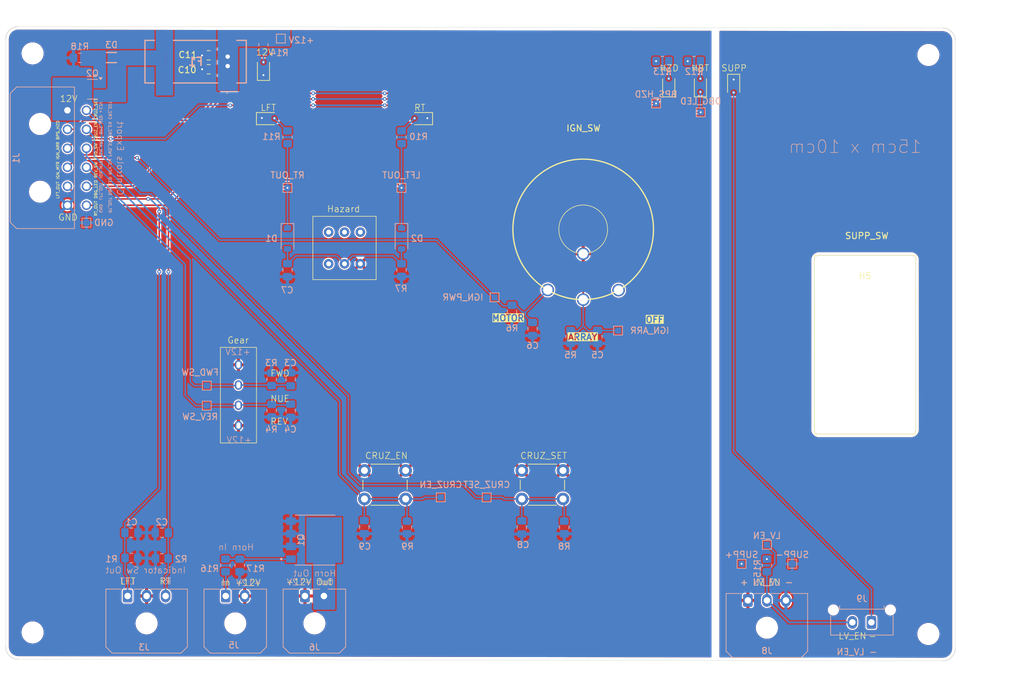
<source format=kicad_pcb>
(kicad_pcb (version 20240108) (generator "pcbnew") (generator_version "8.0")
  (layers (0 "F.Cu" signal) (31 "B.Cu" signal) (34 "B.Paste" user) (35 "F.Paste" user) (36 "B.SilkS" user "B.Silkscreen") (37 "F.SilkS" user "F.Silkscreen") (38 "B.Mask" user) (39 "F.Mask" user) (44 "Edge.Cuts" user))
  (net 0 "")
  (net 1 "+12V")
  (net 2 "Net-(BPS_HZD_LED1-A)")
  (net 3 "GND")
  (net 4 "/LFT_OUT")
  (net 5 "/RT_OUT")
  (net 6 "/FWD_SW")
  (net 7 "/REV_SW")
  (net 8 "/IGN_ARR")
  (net 9 "/IGN_MTR")
  (net 10 "Net-(D1-A)")
  (net 11 "/CRUZ_SET")
  (net 12 "/CRUZ_EN")
  (net 13 "Net-(12V_PWR1-A)")
  (net 14 "/DBG_LED")
  (net 15 "Net-(Heartbeat_LED1-A)")
  (net 16 "Net-(Q1-G)")
  (net 18 "/BPS_HZD")
  (net 19 "Net-(J5-Pin_1)")
  (net 20 "Net-(LFT_LED1-A)")
  (net 21 "Net-(RT_LED1-A)")
  (net 22 "/Supp-")
  (net 23 "/Supp+")
  (net 24 "/LV_EN")
  (net 25 "Net-(J6-Pin_2)")
  (net 26 "/Led")
  (net 27 "Net-(D3-K)")
  (net 28 "/PWR")
  (net 29 "Net-(D3-A)")
  (footprint "LED_SMD:LED_0805_2012Metric_Pad1.15x1.40mm_HandSolder" (layer "F.Cu") (at 188.25 59.6 90)
    (property "Reference" "BPS_HZD_LED1")
    (property "Value" "SMD_0805_RED")
  )
  (footprint "Button_Switch_THT:SW_PUSH_6mm" (layer "F.Cu") (at 140.2 120.5)
    (property "Reference" "CRUZ_EN_SW1")
    (property "Value" "CRUSE_EN_SW_12V")
  )
  (footprint "MountingHole:MountingHole_3mm" (layer "F.Cu") (at 87.798508 54.5875)
    (property "Reference" "H1")
    (property "Value" "MountingHole")
  )
  (footprint "MountingHole:MountingHole_3mm" (layer "F.Cu") (at 229.25 54.8375)
    (property "Reference" "H2")
    (property "Value" "MountingHole")
  )
  (footprint "switched:3posSlideToggle" (layer "F.Cu") (at 120.3 108.6 -90)
    (property "Reference" "GEAR_SW_12V1")
    (property "Value" "GR_SW1")
  )
  (footprint "LED_SMD:LED_0805_2012Metric_Pad1.15x1.40mm_HandSolder" (layer "F.Cu") (at 193.25 59.6 90)
    (property "Reference" "Heartbeat_LED1")
    (property "Value" "SMD_0805_GRN")
  )
  (footprint "LED_SMD:LED_0805_2012Metric_Pad1.15x1.40mm_HandSolder" (layer "F.Cu") (at 125 64.9)
    (property "Reference" "RT_LED1")
    (property "Value" "SMD_0805")
  )
  (footprint "MountingHole:MountingHole_3mm" (layer "F.Cu") (at 87.798508 146.0875)
    (property "Reference" "H3")
    (property "Value" "MountingHole")
  )
  (footprint "switched:Toggle" (layer "F.Cu") (at 137.05 85.34)
    (property "Reference" "HZD_SW1")
    (property "Value" "HAZARD_SWITCH_12V")
  )
  (footprint "Button_Switch_THT:SW_PUSH_6mm" (layer "F.Cu") (at 165.05 120.5)
    (property "Reference" "CRUZ_SET_SW1")
    (property "Value" "CRUSE_SET_SW_12V")
  )
  (footprint "LED_SMD:LED_0805_2012Metric_Pad1.15x1.40mm_HandSolder" (layer "F.Cu") (at 198.5 59.75 -90)
    (property "Reference" "SUPP1")
    (property "Value" "LED")
  )
  (footprint "Capacitor_SMD:C_0805_2012Metric_Pad1.18x1.45mm_HandSolder" (layer "F.Cu") (at 115.6 57.1 180)
    (property "Reference" "C10")
    (property "Value" "100uF")
  )
  (footprint "MountingHole:MountingHole_3mm" (layer "F.Cu") (at 229.25 146.3375)
    (property "Reference" "H4")
    (property "Value" "MountingHole")
  )
  (footprint "LED_SMD:LED_0805_2012Metric_Pad1.15x1.40mm_HandSolder" (layer "F.Cu") (at 124.25 57 90)
    (property "Reference" "12V_PWR1")
    (property "Value" "SMD_0805")
  )
  (footprint "LED_SMD:LED_0805_2012Metric_Pad1.15x1.40mm_HandSolder" (layer "F.Cu") (at 149.1 64.9 180)
    (property "Reference" "LFT_LED1")
    (property "Value" "SMD_0805")
  )
  (footprint "switched:SW_3POS_ROT" (layer "F.Cu") (at 174.75 82.39 -90)
    (property "Reference" "IGN_SW1" (hide yes))
    (property "Value" "IGNITION_SW_12V" (hide yes))
  )
  (footprint "Capacitor_SMD:C_0805_2012Metric_Pad1.18x1.45mm_HandSolder" (layer "F.Cu") (at 115.6 54.9 180)
    (property "Reference" "C11")
    (property "Value" "100uF")
  )
  (footprint "switched:Supp_Switch" (layer "F.Cu") (at 219.25 100.25)
    (property "Reference" "H5")
    (property "Value" "SuppSwitchMount")
  )
  (footprint "Resistor_SMD:R_0805_2012Metric_Pad1.20x1.40mm_HandSolder" (layer "B.Cu") (at 125.548508 106.0875 -90)
    (property "Reference" "R3")
    (property "Value" "10k")
  )
  (footprint "Diode_SMD:D_SOD-123" (layer "B.Cu") (at 146.048508 83.8375 -90)
    (property "Reference" "D2")
    (property "Value" "BAV16W" (hide yes))
  )
  (footprint "Capacitor_SMD:C_0805_2012Metric_Pad1.18x1.45mm_HandSolder" (layer "B.Cu") (at 108.2 130.3375 180)
    (property "Reference" "C2")
    (property "Value" "5uF")
  )
  (footprint "Connector_Molex:Molex_Micro-Fit_3.0_43650-0200_1x02_P3.00mm_Horizontal" (layer "B.Cu") (at 130.798508 140.3375)
    (property "Reference" "J6")
    (property "Value" "Horn_Out_01x02" (hide yes))
  )
  (footprint "Resistor_SMD:R_0805_2012Metric_Pad1.20x1.40mm_HandSolder" (layer "B.Cu") (at 95.25 55.3)
    (property "Reference" "R18")
    (property "Value" "100k")
  )
  (footprint "Resistor_SMD:R_0805_2012Metric_Pad1.20x1.40mm_HandSolder" (layer "B.Cu") (at 172.75 99.39 90)
    (property "Reference" "R5")
    (property "Value" "10k")
  )
  (footprint "TestPoint:TestPoint_Pad_1.0x1.0mm" (layer "B.Cu") (at 96.298508 81.3375 90)
    (property "Reference" "GND")
    (property "Value" "TestPoint")
  )
  (footprint "Resistor_SMD:R_0805_2012Metric_Pad1.20x1.40mm_HandSolder" (layer "B.Cu") (at 108.2 134.4)
    (property "Reference" "R2")
    (property "Value" "10k")
  )
  (footprint "TestPoint:TestPoint_Pad_1.0x1.0mm" (layer "B.Cu") (at 186.25 62.5 180)
    (property "Reference" "BPS_HZD")
    (property "Value" "TestPoint")
  )
  (footprint "Capacitor_SMD:C_0805_2012Metric_Pad1.18x1.45mm_HandSolder" (layer "B.Cu") (at 128.548508 111.05 -90)
    (property "Reference" "C4")
    (property "Value" "5uF")
  )
  (footprint "Resistor_SMD:R_0805_2012Metric_Pad1.20x1.40mm_HandSolder" (layer "B.Cu") (at 187.25 55.8125)
    (property "Reference" "R13")
    (property "Value" "5.1k")
  )
  (footprint "TestPoint:TestPoint_Pad_1.0x1.0mm" (layer "B.Cu") (at 203.75 132.25 180)
    (property "Reference" "LV_EN")
    (property "Value" "TestPoint")
  )
  (footprint "TestPoint:TestPoint_Pad_1.0x1.0mm" (layer "B.Cu") (at 199.75 135.25 180)
    (property "Reference" "SUPP+")
    (property "Value" "TestPoint")
  )
  (footprint "Resistor_SMD:R_0805_2012Metric_Pad1.20x1.40mm_HandSolder" (layer "B.Cu") (at 171.75 129.5 -90)
    (property "Reference" "R8")
    (property "Value" "10k")
  )
  (footprint "Connector_Molex:Molex_Micro-Fit_3.0_43045-1200_2x06_P3.00mm_Horizontal" (layer "B.Cu") (at 93.298508 63.5875 -90)
    (property "Reference" "J1")
    (property "Value" "Controls_Leader_Export_02x06" (hide yes))
  )
  (footprint "Capacitor_SMD:C_0805_2012Metric_Pad1.18x1.45mm_HandSolder" (layer "B.Cu") (at 140.173508 129.45 -90)
    (property "Reference" "C9")
    (property "Value" "5uF")
  )
  (footprint "Resistor_SMD:R_0805_2012Metric_Pad1.20x1.40mm_HandSolder" (layer "B.Cu") (at 125.548508 111.05 -90)
    (property "Reference" "R4")
    (property "Value" "10k")
  )
  (footprint "TestPoint:TestPoint_Pad_1.0x1.0mm" (layer "B.Cu") (at 207.75 135.25 180)
    (property "Reference" "SUPP-")
    (property "Value" "TestPoint")
  )
  (footprint "TestPoint:TestPoint_Pad_1.0x1.0mm" (layer "B.Cu") (at 160.75 93.14 180)
    (property "Reference" "IGN_PWR")
    (property "Value" "TestPoint")
  )
  (footprint "Connector_Molex:Molex_Micro-Fit_3.0_43650-0300_1x03_P3.00mm_Horizontal" (layer "B.Cu") (at 200.75 141.03)
    (property "Reference" "J8")
    (property "Value" "Supp_Out")
  )
  (footprint "Resistor_SMD:R_0805_2012Metric_Pad1.20x1.40mm_HandSolder" (layer "B.Cu") (at 192.25 55.8125)
    (property "Reference" "R12")
    (property "Value" "5.1k")
  )
  (footprint "Capacitor_SMD:C_0805_2012Metric_Pad1.18x1.45mm_HandSolder" (layer "B.Cu") (at 165.048508 129.5 -90)
    (property "Reference" "C8")
    (property "Value" "5uF")
  )
  (footprint "TestPoint:TestPoint_Pad_1.0x1.0mm" (layer "B.Cu") (at 127 52.25 90)
    (property "Reference" "+12V")
    (property "Value" "TestPoint")
  )
  (footprint "TestPoint:TestPoint_Pad_1.0x1.0mm" (layer "B.Cu") (at 115.298508 107.0875 180)
    (property "Reference" "FWD_SW")
    (property "Value" "TestPoint")
  )
  (footprint "Resistor_SMD:R_0805_2012Metric_Pad1.20x1.40mm_HandSolder" (layer "B.Cu") (at 203.75 135.5 -90)
    (property "Reference" "R15")
    (property "Value" "5.1k")
  )
  (footprint "Package_TO_SOT_SMD:SOT-23-3" (layer "B.Cu") (at 97.2375 60.25 180)
    (property "Reference" "Q2")
    (property "Value" "Q_PMOS_GDS")
  )
  (footprint "Resistor_SMD:R_0805_2012Metric_Pad1.20x1.40mm_HandSolder" (layer "B.Cu") (at 120.5 135.5 -90)
    (property "Reference" "R17")
    (property "Value" "10k")
  )
  (footprint "Capacitor_SMD:C_0805_2012Metric_Pad1.18x1.45mm_HandSolder" (layer "B.Cu") (at 103.4 130.3375 180)
    (property "Reference" "C1")
    (property "Value" "5uF")
  )
  (footprint "Resistor_SMD:R_0805_2012Metric_Pad1.20x1.40mm_HandSolder" (layer "B.Cu") (at 118.25 135.5 -90)
    (property "Reference" "R16")
    (property "Value" "30k")
  )
  (footprint "TestPoint:TestPoint_Pad_1.0x1.0mm" (layer "B.Cu") (at 115.298508 110.25 180)
    (property "Reference" "REV_SW")
    (property "Value" "TestPoint")
  )
  (footprint "TestPoint:TestPoint_Pad_1.0x1.0mm" (layer "B.Cu") (at 152.25 124.75 180)
    (property "Reference" "CRUZ_EN")
    (property "Value" "TestPoint")
  )
  (footprint "Connector_Molex:Molex_Micro-Fit_3.0_43650-0300_1x03_P3.00mm_Horizontal" (layer "B.Cu") (at 102.798508 140.3375)
    (property "Reference" "J3")
    (property "Value" "INDICATOR_SWITCH_OUT" (hide yes))
  )
  (footprint "Resistor_SMD:R_0805_2012Metric_Pad1.20x1.40mm_HandSolder" (layer "B.Cu") (at 124.25 53.25 -90)
    (property "Reference" "R14")
    (property "Value" "5.1k")
  )
  (footprint "Footprints:BZT52B12QX" (layer "B.Cu") (at 100.25 55.25 180)
    (property "Reference" "D3")
    (property "Value" "BZT52-B12-QX" (hide yes))
  )
  (footprint "TestPoint:TestPoint_Pad_1.0x1.0mm" (layer "B.Cu") (at 146.048508 75.8375 180)
    (property "Reference" "LFT_OUT")
    (property "Value" "TestPoint")
  )
  (footprint "Resistor_SMD:R_0805_2012Metric_Pad1.20x1.40mm_HandSolder" (layer "B.Cu") (at 103.4 134.3375)
    (property "Reference" "R1")
    (property "Value" "10k")
  )
  (footprint "Footprints:LHRs_LOGO" (layer "B.Cu") (at 156.5 109.25 180)
    (property "Reference" "G***" (hide yes))
    (property "Value" "LHRs_LOGO" (hide yes))
  )
  (footprint "Connector_Molex:Molex_Micro-Fit_3.0_43650-0200_1x02_P3.00mm_Horizontal" (layer "B.Cu") (at 118.298508 140.3375)
    (property "Reference" "J5")
    (property "Value" "Horn_In_01x02" (hide yes))
  )
  (footprint "Capacitor_SMD:C_0805_2012Metric_Pad1.18x1.45mm_HandSolder" (layer "B.Cu") (at 166.75 98.14 -90)
    (property "Reference" "C6")
    (property "Value" "5uF")
  )
  (footprint "Resistor_SMD:R_0805_2012Metric_Pad1.20x1.40mm_HandSolder" (layer "B.Cu") (at 128.048508 67.8375 90)
    (property "Reference" "R11")
    (property "Value" "5.1k")
  )
  (footprint "Footprints:3588" (layer "B.Cu") (at 113.54 55.9 180)
    (property "Reference" "F1")
    (property "Value" "Fuse" (hide yes))
  )
  (footprint "TestPoint:TestPoint_Pad_1.0x1.0mm" (layer "B.Cu") (at 159.5 124.75 180)
    (property "Reference" "CRUZ_SET")
    (property "Value" "TestPoint")
  )
  (footprint "Resistor_SMD:R_0805_2012Metric_Pad1.20x1.40mm_HandSolder" (layer "B.Cu") (at 146.919778 129.5 90)
    (property "Reference" "R9")
    (property "Value" "10k")
  )
  (footprint "Resistor_SMD:R_0805_2012Metric_Pad1.20x1.40mm_HandSolder" (layer "B.Cu") (at 146.048508 67.8375 90)
    (property "Reference" "R10")
    (property "Value" "5.1k")
  )
  (footprint "Connector_Molex:Molex_Micro-Fit_3.0_43650-0215_1x02_P3.00mm_Vertical" (layer "B.Cu") (at 220.25 144.5 180)
    (property "Reference" "J9")
    (property "Value" "Supp_In")
  )
  (footprint "Resistor_SMD:R_0805_2012Metric_Pad1.20x1.40mm_HandSolder" (layer "B.Cu") (at 146.048508 88.8375 90)
    (property "Reference" "R7")
    (property "Value" "10k")
  )
  (footprint "TestPoint:TestPoint_Pad_1.0x1.0mm" (layer "B.Cu") (at 180.25 98.39 180)
    (property "Reference" "IGN_ARR")
    (property "Value" "TestPoint")
  )
  (footprint "Capacitor_SMD:C_0805_2012Metric_Pad1.18x1.45mm_HandSolder" (layer "B.Cu") (at 177 99.39 -90)
    (property "Reference" "C5")
    (property "Value" "5uF")
  )
  (footprint "Resistor_SMD:R_0805_2012Metric_Pad1.20x1.40mm_HandSolder" (layer "B.Cu") (at 163.5 95.39 90)
    (property "Reference" "R6")
    (property "Value" "10k")
  )
  (footprint "Footprints:TO200P800X182-5N" (layer "B.Cu") (at 132.2355 131.5)
    (property "Reference" "Q1")
    (property "Value" "TO200P800X182-5N")
  )
  (footprint "Diode_SMD:D_SOD-123" (layer "B.Cu") (at 128.048508 83.8375 -90)
    (property "Reference" "D1")
    (property "Value" "BAV16W" (hide yes))
  )
  (footprint "TestPoint:TestPoint_Pad_1.0x1.0mm" (layer "B.Cu") (at 193.298508 63.9 -90)
    (property "Reference" "DBG_LED")
    (property "Value" "TestPoint")
  )
  (footprint "Capacitor_SMD:C_0805_2012Metric_Pad1.18x1.45mm_HandSolder" (layer "B.Cu") (at 128.548508 106.0875 -90)
    (property "Reference" "C3")
    (property "Value" "5uF")
  )
  (footprint "TestPoint:TestPoint_Pad_1.0x1.0mm" (layer "B.Cu") (at 128.048508 75.8375 180)
    (property "Reference" "RT_OUT")
    (property "Value" "TestPoint")
  )
  (footprint "Capacitor_SMD:C_0805_2012Metric_Pad1.18x1.45mm_HandSolder" (layer "B.Cu") (at 128.048508 88.8375 -90)
    (property "Reference" "C7")
    (property "Value" "5uF")
  )
  (gr_line (start 211.25533 87.25533) (end 211.25033 113.99967) (stroke (width 0.05)) (layer "Edge.Cuts"))
  (gr_arc (start 226.49467 86.50533) (mid 227.025 86.725) (end 227.24467 87.25533) (stroke (width 0.05)) (layer "Edge.Cuts"))
  (gr_arc (start 227.25 114) (mid 227.03033 114.53033) (end 226.5 114.75) (stroke (width 0.05)) (layer "Edge.Cuts"))
  (gr_line (start 83.548508 52.3375) (end 83.548508 148.3375) (stroke (width 0.05)) (layer "Edge.Cuts"))
  (gr_line (start 231.5 50.5875) (end 85.548508 50.3375) (stroke (width 0.05)) (layer "Edge.Cuts"))
  (gr_arc (start 233.5 148.5875) (mid 232.914214 150.001714) (end 231.5 150.5875) (stroke (width 0.1)) (layer "Edge.Cuts"))
  (gr_line (start 226.49467 86.50533) (end 212.00533 86.50533) (stroke (width 0.05)) (layer "Edge.Cuts"))
  (gr_arc (start 212.00033 114.74967) (mid 211.47 114.53) (end 211.25033 113.99967) (stroke (width 0.05)) (layer "Edge.Cuts"))
  (gr_arc (start 231.5 50.5875) (mid 232.914214 51.173286) (end 233.5 52.5875) (stroke (width 0.1)) (layer "Edge.Cuts"))
  (gr_arc (start 211.25533 87.25533) (mid 211.475 86.725) (end 212.00533 86.50533) (stroke (width 0.05)) (layer "Edge.Cuts"))
  (gr_line (start 227.25 114) (end 227.24467 87.25533) (stroke (width 0.05)) (layer "Edge.Cuts"))
  (gr_arc (start 83.548508 52.3375) (mid 84.134294 50.923286) (end 85.548508 50.3375) (stroke (width 0.1)) (layer "Edge.Cuts"))
  (gr_line (start 212.00033 114.74967) (end 226.5 114.75) (stroke (width 0.05)) (layer "Edge.Cuts"))
  (gr_line (start 233.5 148.5875) (end 233.5 52.5875) (stroke (width 0.05)) (layer "Edge.Cuts"))
  (gr_line (start 85.548508 150.3375) (end 231.5 150.5875) (stroke (width 0.05)) (layer "Edge.Cuts"))
  (gr_arc (start 85.548508 150.3375) (mid 84.134294 149.751714) (end 83.548508 148.3375) (stroke (width 0.1)) (layer "Edge.Cuts"))
  (gr_text "+12V\n" (at 132 138.7 0) (layer "B.SilkS") (effects (font (size 1 1) (thickness 0.1)) (justify left bottom mirror)))
  (gr_text "RT" (at 109.798508 138.5875 0) (layer "B.SilkS") (effects (font (size 1 1) (thickness 0.1)) (justify left bottom mirror)))
  (gr_text "+12V" (at 122.5 116.25 0) (layer "B.SilkS") (effects (font (size 1 1) (thickness 0.1)) (justify left bottom mirror)))
  (gr_text "+12V" (at 122.298508 102.3375 0) (layer "B.SilkS") (effects (font (size 1 1) (thickness 0.1)) (justify left bottom mirror)))
  (gr_text "15cm x 10cm" (at 228.25 70.5 0) (layer "B.SilkS") (effects (font (size 2 2) (thickness 0.1)) (justify left bottom mirror)))
  (gr_text "- LV_EN +" (at 208 138.75 0) (layer "B.SilkS") (effects (font (size 1 1)) (justify left bottom mirror)))
  (gr_text "Controls Export" (at 101.048508 77.0875 -90) (layer "B.SilkS") (effects (font (size 1 1) (thickness 0.1)) (justify left bottom mirror)))
  (gr_text "RT_OUT DBG_LED REV_SW FWD_SW CRZ_EN CRZ_SET\n\nGND  LFT_OUT  IGN_MTR  IGN_ARR  BPS_HZD +12V" (at 98.298508 79.8375 270) (layer "B.SilkS") (effects (font (size 0.45 0.45) (thickness 0.08) (bold yes)) (justify left bottom mirror)))
  (gr_text "Indicator Sw Out" (at 112.048508 136.8375 -0) (layer "B.SilkS") (effects (font (size 1 1) (thickness 0.1)) (justify left bottom mirror)))
  (gr_text "Horn In\n" (at 122.8 133.2 0) (layer "B.SilkS") (effects (font (size 1 1) (thickness 0.1)) (justify left bottom mirror)))
  (gr_text "In" (at 118.9 138.8 0) (layer "B.SilkS") (effects (font (size 1 1) (thickness 0.1)) (justify left bottom mirror)))
  (gr_text "Out" (at 135.4 138.7 0) (layer "B.SilkS") (effects (font (size 1 1) (thickness 0.1)) (justify left bottom mirror)))
  (gr_text "Horn Out" (at 135.798508 137.3375 -0) (layer "B.SilkS") (effects (font (size 1 1) (thickness 0.1)) (justify left bottom mirror)))
  (gr_text "LFT\n" (at 104.048508 138.5875 0) (layer "B.SilkS") (effects (font (size 1 1) (thickness 0.1)) (justify left bottom mirror)))
  (gr_text "- LV_EN" (at 221.25 149.75 0) (layer "B.SilkS") (effects (font (size 1 1)) (justify left bottom mirror)))
  (gr_text "+12V\n" (at 124 138.8375 0) (layer "B.SilkS") (effects (font (size 1 1) (thickness 0.1)) (justify left bottom mirror)))
  (gr_text "+\n" (at 199.5 138.75 0) (layer "F.SilkS") (effects (font (size 1 1) (thickness 0.1)) (justify left bottom)))
  (gr_text "IGN_SW" (at 172 67 0) (layer "F.SilkS") (effects (font (size 1 1)) (justify left bottom)))
  (gr_text "RT_OUT DBG_LED REV_SW FWD_SW CRUZ_EN CRUZ_SET" (at 98.048508 80.3375 90) (layer "F.SilkS") (effects (font (size 0.45 0.45) (thickness 0.08) (bold yes)) (justify left bottom)))
  (gr_text "-\n" (at 206.5 138.75 0) (layer "F.SilkS") (effects (font (size 1 1) (thickness 0.1)) (justify left bottom)))
  (gr_text "Gear" (at 118.5 100.5 0) (layer "F.SilkS") (effects (font (size 1 1) (thickness 0.1)) (justify left bottom)))
  (gr_text "LFT_OUT IGN_MTR IGN_ARR BPS_HZD" (at 92.048508 77.5875 90) (layer "F.SilkS") (effects (font (size 0.45 0.45) (thickness 0.08) (bold yes)) (justify left bottom)))
  (gr_text "SUPP" (at 196.5 57.5 0) (layer "F.SilkS") (effects (font (size 1 1) (thickness 0.1)) (justify left bottom)))
  (gr_text "MOTOR" (at 160.25 97 0) (layer "F.SilkS" knockout) (effects (font (size 1 1) (thickness 0.2) (bold yes)) (justify left bottom)))
  (gr_text "HBT" (at 191.75 57.5 0) (layer "F.SilkS") (effects (font (size 1 1) (thickness 0.1)) (justify left bottom)))
  (gr_text "-\n" (at 219.75 147.25 0) (layer "F.SilkS") (effects (font (size 1 1) (thickness 0.1)) (justify left bottom)))
  (gr_text "Out\n" (at 132.5 138.7 0) (layer "F.SilkS") (effects (font (size 1 1) (thickness 0.1)) (justify left bottom)))
  (gr_text "12V" (at 92.048508 62.3375 0) (layer "F.SilkS") (effects (font (size 1 1) (thickness 0.1)) (justify left bottom)))
  (gr_text "CRUZ_EN" (at 140.25 118.75 0) (layer "F.SilkS") (effects (font (size 1 1) (thickness 0.1)) (justify left bottom)))
  (gr_text "RT" (at 107.798508 138.5875 0) (layer "F.SilkS") (effects (font (size 1 1) (thickness 0.1)) (justify left bottom)))
  (gr_text "In\n" (at 117.6 138.8 0) (layer "F.SilkS") (effects (font (size 1 1) (thickness 0.1)) (justify left bottom)))
  (gr_text "HZD" (at 186.75 57.5 0) (layer "F.SilkS") (effects (font (size 1 1) (thickness 0.1)) (justify left bottom)))
  (gr_text "LV_EN\n" (at 201.5 138.75 0) (layer "F.SilkS") (effects (font (size 1 1) (thickness 0.1)) (justify left bottom)))
  (gr_text "NUE" (at 125.298508 109.7375 0) (layer "F.SilkS") (effects (font (size 1 1) (thickness 0.1)) (justify left bottom)))
  (gr_text "CRUZ_SET\n" (at 164.75 118.75 0) (layer "F.SilkS") (effects (font (size 1 1) (thickness 0.1)) (justify left bottom)))
  (gr_text "RT" (at 148 63.75 0) (layer "F.SilkS") (effects (font (size 1 1) (thickness 0.1)) (justify left bottom)))
  (gr_text "Hazard" (at 134.25 79.75 0) (layer "F.SilkS") (effects (font (size 1 1) (thickness 0.1)) (justify left bottom)))
  (gr_text "LV_EN\n" (at 215 147.25 0) (layer "F.SilkS") (effects (font (size 1 1) (thickness 0.1)) (justify left bottom)))
  (gr_text "LFT\n" (at 123.75 63.75 0) (layer "F.SilkS") (effects (font (size 1 1) (thickness 0.1)) (justify left bottom)))
  (gr_text "LFT" (at 101.548508 138.5875 0) (layer "F.SilkS") (effects (font (size 1 1) (thickness 0.1)) (justify left bottom)))
  (gr_text "SUPP_SW" (at 216 84 0) (layer "F.SilkS") (effects (font (size 1 1)) (justify left bottom)))
  (gr_text "FWD" (at 125.298508 105.7375 0) (layer "F.SilkS") (effects (font (size 1 1) (thickness 0.1)) (justify left bottom)))
  (gr_text "REV" (at 125.298508 113.3375 0) (layer "F.SilkS") (effects (font (size 1 1) (thickness 0.1)) (justify left bottom)))
  (gr_text "12V" (at 123 55 0) (layer "F.SilkS") (effects (font (size 1 1) (thickness 0.1)) (justify left bottom)))
  (gr_text "ARRAY" (at 172.25 100 0) (layer "F.SilkS" knockout) (effects (font (size 1 1) (thickness 0.2) (bold yes)) (justify left bottom)))
  (gr_text "OFF" (at 184.5 97.25 0) (layer "F.SilkS" knockout) (effects (font (size 1 1) (thickness 0.2) (bold yes)) (justify left bottom)))
  (gr_text "+12V\n" (at 127.75 138.7 0) (layer "F.SilkS") (effects (font (size 1 1) (thickness 0.1)) (justify left bottom)))
  (gr_text "+12V\n" (at 119.75 138.8 0) (layer "F.SilkS") (effects (font (size 1 1) (thickness 0.1)) (justify left bottom)))
  (gr_text "GND" (at 91.798508 81.0875 0) (layer "F.SilkS") (effects (font (size 1 1) (thickness 0.1)) (justify left bottom)))
  (via (at 191.25 55.8125) (size 0.6) (drill 0.3) (layers "F.Cu" "B.Cu") (net 1))
  (via (at 118.6 56.6) (size 1) (drill 0.69) (layers "F.Cu" "B.Cu") (net 1))
  (via (at 186.25 55.8125) (size 0.6) (drill 0.3) (layers "F.Cu" "B.Cu") (net 1))
  (via (at 118.6 55.1) (size 1) (drill 0.69) (layers "F.Cu" "B.Cu") (net 1))
  (segment (start 120.336008 113.425) (end 120.298508 113.3875) (width 0.25) (layer "B.Cu") (net 1))
  (segment (start 120.098508 113.5875) (end 120.298508 113.3875) (width 0.25) (layer "B.Cu") (net 1))
  (via (at 188.25 58.575) (size 0.6) (drill 0.3) (layers "F.Cu" "B.Cu") (net 2))
  (segment (start 188.25 58.575) (end 188.25 55.9) (width 0.25) (layer "B.Cu") (net 2))
  (segment (start 188.25 55.9) (end 188.1625 55.8125) (width 0.25) (layer "B.Cu") (net 2))
  (via (at 150.125 64.8375) (size 0.6) (drill 0.3) (layers "F.Cu" "B.Cu") (net 3))
  (via (at 114.5625 57.1) (size 0.6) (drill 0.3) (layers "F.Cu" "B.Cu") (net 3))
  (via (at 124.25 58.025) (size 0.6) (drill 0.3) (layers "F.Cu" "B.Cu") (net 3))
  (via (at 124 64.8) (size 0.6) (drill 0.3) (layers "F.Cu" "B.Cu") (net 3))
  (via (at 114.551492 54.9125) (size 0.6) (drill 0.3) (layers "F.Cu" "B.Cu") (net 3))
  (segment (start 97.058648 77.5875) (end 96.558648 77.0875) (width 0.25) (layer "F.Cu") (net 4))
  (segment (start 96.558648 77.0875) (end 94.798508 77.0875) (width 0.25) (layer "F.Cu") (net 4))
  (segment (start 109.048508 77.5875) (end 112.048508 74.5875) (width 0.25) (layer "F.Cu") (net 4))
  (segment (start 94.798508 77.0875) (end 93.298508 75.5875) (width 0.25) (layer "F.Cu") (net 4))
  (segment (start 107.798508 89.1) (end 107.798508 79.5875) (width 0.25) (layer "F.Cu") (net 4))
  (segment (start 112.048508 74.5875) (end 144.798508 74.5875) (width 0.25) (layer "F.Cu") (net 4))
  (segment (start 106.048508 77.5875) (end 109.048508 77.5875) (width 0.25) (layer "F.Cu") (net 4))
  (segment (start 144.798508 74.5875) (end 146.048508 75.8375) (width 0.25) (layer "F.Cu") (net 4))
  (segment (start 106.048508 77.5875) (end 97.058648 77.5875) (width 0.25) (layer "F.Cu") (net 4))
  (via (at 107.798508 79.5875) (size 0.6) (drill 0.3) (layers "F.Cu" "B.Cu") (net 4))
  (via (at 146.048508 75.8375) (size 0.6) (drill 0.3) (layers "F.Cu" "B.Cu") (net 4))
  (via (at 107.798508 89.1) (size 0.6) (drill 0.3) (layers "F.Cu" "B.Cu") (net 4))
  (via (at 106.048508 77.5875) (size 0.6) (drill 0.3) (layers "F.Cu" "B.Cu") (net 4))
  (segment (start 146.048508 75.8375) (end 146.048508 68.75) (width 0.25) (layer "B.Cu") (net 4))
  (segment (start 107.798508 79.5875) (end 107.798508 79.018004) (width 0.25) (layer "B.Cu") (net 4))
  (segment (start 102.348508 128.7875) (end 102.348508 130.3375) (width 0.25) (layer "B.Cu") (net 4))
  (segment (start 107.798508 89.1) (end 107.798508 123.3375) (width 0.25) (layer "B.Cu") (net 4))
  (segment (start 102.798508 140.2675) (end 102.798508 137.2675) (width 0.25) (layer "B.Cu") (net 4))
  (segment (start 102.348508 134.23) (end 102.386008 134.2675) (width 0.25) (layer "B.Cu") (net 4))
  (segment (start 106.368004 77.5875) (end 106.048508 77.5875) (width 0.25) (layer "B.Cu") (net 4))
  (segment (start 107.798508 123.3375) (end 102.348508 128.7875) (width 0.25) (layer "B.Cu") (net 4))
  (segment (start 102.348508 130.2675) (end 102.348508 134.23) (width 0.25) (layer "B.Cu") (net 4))
  (segment (start 146.048508 82.1875) (end 146.048508 75.8375) (width 0.25) (layer "B.Cu") (net 4))
  (segment (start 102.798508 137.2675) (end 102.386008 136.855) (width 0.25) (layer "B.Cu") (net 4))
  (segment (start 102.386008 136.855) (end 102.386008 134.2675) (width 0.25) (layer "B.Cu") (net 4))
  (segment (start 107.798508 79.018004) (end 106.368004 77.5875) (width 0.25) (layer "B.Cu") (net 4))
  (segment (start 109.248508 89.1) (end 109.25 89.098508) (width 0.25) (layer "F.Cu") (net 5))
  (segment (start 109.25 89.098508) (end 109.25 79.04375) (width 0.25) (layer "F.Cu") (net 5))
  (segment (start 109.25 79.04375) (end 108.79375 78.5875) (width 0.25) (layer "F.Cu") (net 5))
  (segment (start 128.048508 75.8375) (end 112.048508 75.8375) (width 0.25) (layer "F.Cu") (net 5))
  (segment (start 109.298508 78.5875) (end 96.298508 78.5875) (width 0.25) (layer "F.Cu") (net 5))
  (segment (start 112.048508 75.8375) (end 109.298508 78.5875) (width 0.25) (layer "F.Cu") (net 5))
  (via (at 109.248508 89.1) (size 0.6) (drill 0.3) (layers "F.Cu" "B.Cu") (net 5))
  (via (at 128.048508 75.8375) (size 0.6) (drill 0.3) (layers "F.Cu" "B.Cu") (net 5))
  (segment (start 109.211008 134.2675) (end 109.211008 130.305) (width 0.25) (layer "B.Cu") (net 5))
  (segment (start 109.211008 136.81125) (end 109.211008 134.2675) (width 0.25) (layer "B.Cu") (net 5))
  (segment (start 108.798508 140.2675) (end 108.798508 137.22375) (width 0.25) (layer "B.Cu") (net 5))
  (segment (start 128.048508 82.1875) (end 128.048508 75.8375) (width 0.25) (layer "B.Cu") (net 5))
  (segment (start 109.248508 89.1) (end 109.248508 130.3375) (width 0.25) (layer "B.Cu") (net 5))
  (segment (start 108.798508 137.22375) (end 109.211008 136.81125) (width 0.25) (layer "B.Cu") (net 5))
  (segment (start 109.211008 130.305) (end 109.248508 130.2675) (width 0.25) (layer "B.Cu") (net 5))
  (segment (start 128.048508 75.8375) (end 128.048508 68.75) (width 0.25) (layer "B.Cu") (net 5))
  (segment (start 125.136008 107.15) (end 125.123508 107.1375) (width 0.25) (layer "B.Cu") (net 6))
  (segment (start 128.511008 107) (end 128.548508 107.0375) (width 0.25) (layer "B.Cu") (net 6))
  (segment (start 125.586008 107.1875) (end 125.548508 107.15) (width 0.25) (layer "B.Cu") (net 6))
  (segment (start 113.298508 107.0875) (end 112.7 106.488992) (width 0.25) (layer "B.Cu") (net 6))
  (segment (start 120.2125 107.0875) (end 120.3 107) (width 0.25) (layer "B.Cu") (net 6))
  (segment (start 115.298508 107.0875) (end 120.2125 107.0875) (width 0.25) (layer "B.Cu") (net 6))
  (segment (start 115.298508 107.0875) (end 113.298508 107.0875) (width 0.25) (layer "B.Cu") (net 6))
  (segment (start 120.198508 107.0875) (end 120.298508 106.9875) (width 0.25) (layer "B.Cu") (net 6))
  (segment (start 96.298508 70.8375) (end 96.298508 69.5875) (width 0.25) (layer "B.Cu") (net 6))
  (segment (start 125.548508 107) (end 128.511008 107) (width 0.25) (layer "B.Cu") (net 6))
  (segment (start 115.398508 107.1375) (end 115.298508 107.2375) (width 0.25) (layer "B.Cu") (net 6))
  (segment (start 112.7 106.488992) (end 112.7 87.238992) (width 0.25) (layer "B.Cu") (net 6))
  (segment (start 125.548508 107) (end 120.3 107) (width 0.25) (layer "B.Cu") (net 6))
  (segment (start 125.548508 107.15) (end 125.136008 107.15) (width 0.25) (layer "B.Cu") (net 6))
  (segment (start 125.536008 106.9875) (end 125.548508 107) (width 0.25) (layer "B.Cu") (net 6))
  (segment (start 112.7 87.238992) (end 96.298508 70.8375) (width 0.25) (layer "B.Cu") (net 6))
  (segment (start 96.548508 72.5875) (end 96.298508 72.5875) (width 0.25) (layer "B.Cu") (net 7))
  (segment (start 113.548508 110.25) (end 111.9 108.601492) (width 0.25) (layer "B.Cu") (net 7))
  (segment (start 125.511008 110.25) (end 125.548508 110.2875) (width 0.25) (layer "B.Cu") (net 7))
  (segment (start 128.511008 110.1375) (end 128.548508 110.1) (width 0.25) (layer "B.Cu") (net 7))
  (segment (start 115.298508 110.25) (end 120.25 110.25) (width 0.25) (layer "B.Cu") (net 7))
  (segment (start 115.298508 110.25) (end 113.548508 110.25) (width 0.25) (layer "B.Cu") (net 7))
  (segment (start 111.9 108.601492) (end 111.9 87.938992) (width 0.25) (layer "B.Cu") (net 7))
  (segment (start 125.548508 110.1375) (end 120.3625 110.1375) (width 0.25) (layer "B.Cu") (net 7))
  (segment (start 125.586008 110.25) (end 125.548508 110.2875) (width 0.25) (layer "B.Cu") (net 7))
  (segment (start 120.3625 110.1375) (end 120.3 110.2) (width 0.25) (layer "B.Cu") (net 7))
  (segment (start 120.25 110.25) (end 120.3 110.2) (width 0.25) (layer "B.Cu") (net 7))
  (segment (start 111.9 87.938992) (end 96.548508 72.5875) (width 0.25) (layer "B.Cu") (net 7))
  (segment (start 125.548508 110.1375) (end 128.511008 110.1375) (width 0.25) (layer "B.Cu") (net 7))
  (segment (start 150.8 62.8) (end 143.8 62.8) (width 0.25) (layer "F.Cu") (net 8))
  (segment (start 94.798508 68.0875) (end 93.298508 69.5875) (width 0.25) (layer "F.Cu") (net 8))
  (segment (start 174.74 89.34) (end 174.6 89.2) (width 0.25) (layer "F.Cu") (net 8))
  (segment (start 132.1 62.8) (end 119 62.8) (width 0.25) (layer "F.Cu") (net 8))
  (segment (start 169.4 84) (end 169.4 81.4) (width 0.25) (layer "F.Cu") (net 8))
  (segment (start 169.4 81.4) (end 150.8 62.8) (width 0.25) (layer "F.Cu") (net 8))
  (segment (start 100.123508 68.0875) (end 94.798508 68.0875) (width 0.25) (layer "F.Cu") (net 8))
  (segment (start 174.6 89.2) (end 169.4 84) (width 0.25) (layer "F.Cu") (net 8))
  (segment (start 174.74 93.500018) (end 174.74 89.34) (width 0.25) (layer "F.Cu") (net 8))
  (segment (start 143.8 62.8) (end 143.4 62.8) (width 0.25) (layer "F.Cu") (net 8))
  (via (at 143.4 62.8) (size 0.6) (drill 0.3) (layers "F.Cu" "B.Cu") (net 8))
  (via (at 100.123508 68.0875) (size 0.6) (drill 0.3) (layers "F.Cu" "B.Cu") (net 8))
  (via (at 132.1 62.8) (size 0.6) (drill 0.3) (layers "F.Cu" "B.Cu") (net 8))
  (via (at 119 62.8) (size 0.6) (drill 0.3) (layers "F.Cu" "B.Cu") (net 8))
  (segment (start 177 98.44) (end 175.55 98.44) (width 0.25) (layer "B.Cu") (net 8))
  (segment (start 177 98.44) (end 177.45 98.44) (width 0.25) (layer "B.Cu") (net 8))
  (segment (start 177.5 98.39) (end 180.25 98.39) (width 0.25) (layer "B.Cu") (net 8))
  (segment (start 143.4 62.8) (end 132.1 62.8) (width 0.25) (layer "B.Cu") (net 8))
  (segment (start 114.048508 62.8375) (end 108.798508 68.0875) (width 0.25) (layer "B.Cu") (net 8))
  (segment (start 108.798508 68.0875) (end 100.123508 68.0875) (width 0.25) (layer "B.Cu") (net 8))
  (segment (start 175.55 98.44) (end 174.74 97.63) (width 0.25) (layer "B.Cu") (net 8))
  (segment (start 114.086008 62.8) (end 114.048508 62.8375) (width 0.25) (layer "B.Cu") (net 8))
  (segment (start 100.123508 68.0875) (end 100.123508 67.9125) (width 0.25) (layer "B.Cu") (net 8))
  (segment (start 174.74 97.63) (end 173.8925 98.4775) (width 0.25) (layer "B.Cu") (net 8))
  (segment (start 174.75 93.510018) (end 174.74 93.500018) (width 0.25) (layer "B.Cu") (net 8))
  (segment (start 174.74 93.500018) (end 174.74 97.63) (width 0.25) (layer "B.Cu") (net 8))
  (segment (start 173.8925 98.4775) (end 172.75 98.4775) (width 0.25) (layer "B.Cu") (net 8))
  (segment (start 119 62.8) (end 114.086008 62.8) (width 0.25) (layer "B.Cu") (net 8))
  (segment (start 177.45 98.44) (end 177.5 98.39) (width 0.25) (layer "B.Cu") (net 8))
  (segment (start 104.298508 71.0875) (end 94.798508 71.0875) (width 0.25) (layer "F.Cu") (net 9))
  (segment (start 94.798508 71.0875) (end 93.298508 72.5875) (width 0.25) (layer "F.Cu") (net 9))
  (via (at 104.298508 71.0875) (size 0.6) (drill 0.3) (layers "F.Cu" "B.Cu") (net 9))
  (segment (start 163.5 94.4775) (end 162.0875 94.4775) (width 0.25) (layer "B.Cu") (net 9))
  (segment (start 164.0875 94.4775) (end 163.5 94.4775) (width 0.25) (layer "B.Cu") (net 9))
  (segment (start 160.75 93.14) (end 160.64 93.14) (width 0.25) (layer "B.Cu") (net 9))
  (segment (start 165.6425 96.0825) (end 166.75 97.19) (width 0.25) (layer "B.Cu") (net 9))
  (segment (start 169.15 91.97) (end 165.6425 95.4775) (width 0.25) (layer "B.Cu") (net 9))
  (segment (start 104.309904 71.0875) (end 104.298508 71.0875) (width 0.25) (layer "B.Cu") (net 9))
  (segment (start 162.0875 94.4775) (end 160.75 93.14) (width 0.25) (layer "B.Cu") (net 9))
  (segment (start 165.6425 95.4775) (end 165.6425 96.0825) (width 0.25) (layer "B.Cu") (net 9))
  (segment (start 151.5875 84.0875) (end 117.309904 84.0875) (width 0.25) (layer "B.Cu") (net 9))
  (segment (start 160.64 93.14) (end 151.5875 84.0875) (width 0.25) (layer "B.Cu") (net 9))
  (segment (start 165.0875 95.4775) (end 164.0875 94.4775) (width 0.25) (layer "B.Cu") (net 9))
  (segment (start 165.6425 95.4775) (end 165.0875 95.4775) (width 0.25) (layer "B.Cu") (net 9))
  (segment (start 117.309904 84.0875) (end 104.309904 71.0875) (width 0.25) (layer "B.Cu") (net 9))
  (segment (start 138.298508 86.5875) (end 144.711008 86.5875) (width 0.25) (layer "B.Cu") (net 10))
  (segment (start 135.798508 86.5875) (end 129.348508 86.5875) (width 0.25) (layer "B.Cu") (net 10))
  (segment (start 146.048508 87.925) (end 146.048508 85.4875) (width 0.25) (layer "B.Cu") (net 10))
  (segment (start 128.048508 87.8875) (end 128.048508 85.4875) (width 0.25) (layer "B.Cu") (net 10))
  (segment (start 144.711008 86.5875) (end 146.048508 87.925) (width 0.25) (layer "B.Cu") (net 10))
  (segment (start 129.348508 86.5875) (end 128.048508 87.8875) (width 0.25) (layer "B.Cu") (net 10))
  (segment (start 137.048508 87.8375) (end 138.298508 86.5875) (width 0.25) (layer "B.Cu") (net 10))
  (segment (start 137.048508 87.8375) (end 135.798508 86.5875) (width 0.25) (layer "B.Cu") (net 10))
  (segment (start 157.798508 124.75) (end 155.798508 122.75) (width 0.25) (layer "B.Cu") (net 11))
  (segment (start 155.798508 122.75) (end 139.548508 122.75) (width 0.25) (layer "B.Cu") (net 11))
  (segment (start 106.511008 76.8) (end 104.8 76.8) (width 0.25) (layer "B.Cu") (net 11))
  (segment (start 165.048508 125) (end 162.25 125) (width 0.25) (layer "B.Cu") (net 11))
  (segment (start 109.048508 79.3375) (end 106.511008 76.8) (width 0.25) (layer "B.Cu") (net 11))
  (segment (start 139.548508 122.75) (end 137.673508 120.875) (width 0.25) (layer "B.Cu") (net 11))
  (segment (start 165.048508 125) (end 171.548508 125) (width 0.25) (layer "B.Cu") (net 11))
  (segment (start 171.75 125.201492) (end 171.548508 125) (width 0.25) (layer "B.Cu") (net 11))
  (segment (start 171.75 128.5875) (end 171.75 125.201492) (width 0.25) (layer "B.Cu") (net 11))
  (segment (start 137.673508 120.875) (end 137.673508 108.7125) (width 0.25) (layer "B.Cu") (net 11))
  (segment (start 137.673508 108.7125) (end 109.048508 80.0875) (width 0.25) (layer "B.Cu") (net 11))
  (segment (start 109.048508 80.0875) (end 109.048508 79.3375) (width 0.25) (layer "B.Cu") (net 11))
  (segment (start 165.048508 128.55) (end 165.048508 125) (width 0.25) (layer "B.Cu") (net 11))
  (segment (start 162 124.75) (end 157.798508 124.75) (width 0.25) (layer "B.Cu") (net 11))
  (segment (start 104.8 76.8) (end 98.7 70.7) (width 0.25) (layer "B.Cu") (net 11))
  (segment (start 98.7 65.988992) (end 96.298508 63.5875) (width 0.25) (layer "B.Cu") (net 11))
  (segment (start 98.7 70.7) (end 98.7 65.988992) (width 0.25) (layer "B.Cu") (net 11))
  (segment (start 162.25 125) (end 162 124.75) (width 0.25) (layer "B.Cu") (net 11))
  (segment (start 136.298508 121) (end 136.298508 109.5875) (width 0.25) (layer "B.Cu") (net 12))
  (segment (start 140.173508 125) (end 146.673508 125) (width 0.25) (layer "B.Cu") (net 12))
  (segment (start 146.673508 125) (end 149.423508 125) (width 0.25) (layer "B.Cu") (net 12))
  (segment (start 140.173508 125) (end 136.298508 121.125) (width 0.25) (layer "B.Cu") (net 12))
  (segment (start 136.298508 121.125) (end 136.298508 121) (width 0.25) (layer "B.Cu") (net 12))
  (segment (start 140.173508 128.5) (end 140.173508 125) (width 0.25) (layer "B.Cu") (net 12))
  (segment (start 136.298508 109.5875) (end 97.548508 70.8375) (width 0.25) (layer "B.Cu") (net 12))
  (segment (start 146.923508 128.58377) (end 146.923508 125.25) (width 0.25) (layer "B.Cu") (net 12))
  (segment (start 97.548508 70.8375) (end 97.548508 67.8375) (width 0.25) (layer "B.Cu") (net 12))
  (segment (start 97.548508 67.8375) (end 96.298508 66.5875) (width 0.25) (layer "B.Cu") (net 12))
  (segment (start 146.923508 125.25) (end 146.673508 125) (width 0.25) (layer "B.Cu") (net 12))
  (segment (start 149.423508 125) (end 149.673508 124.75) (width 0.25) (layer "B.Cu") (net 12))
  (segment (start 149.673508 124.75) (end 152.173508 124.75) (width 0.25) (layer "B.Cu") (net 12))
  (segment (start 146.919778 128.5875) (end 146.923508 128.58377) (width 0.25) (layer "B.Cu") (net 12))
  (segment (start 140.173508 125) (end 139.548508 125) (width 0.25) (layer "B.Cu") (net 12))
  (via (at 124.25 55.975) (size 0.6) (drill 0.3) (layers "F.Cu" "B.Cu") (net 13))
  (segment (start 124.25 54.25) (end 124.25 55.975) (width 0.25) (layer "B.Cu") (net 13))
  (segment (start 181.35 63.9) (end 193.298508 63.9) (width 0.25) (layer "F.Cu") (net 14))
  (segment (start 103.6625 75.5875) (end 117.45 61.8) (width 0.25) (layer "F.Cu") (net 14))
  (segment (start 117.45 61.8) (end 132.1 61.8) (width 0.25) (layer "F.Cu") (net 14))
  (segment (start 179.25 61.8) (end 181.35 63.9) (width 0.25) (layer "F.Cu") (net 14))
  (segment (start 96.298508 75.5875) (end 103.6625 75.5875) (width 0.25) (layer "F.Cu") (net 14))
  (segment (start 143.4 61.8) (end 179.25 61.8) (width 0.25) (layer "F.Cu") (net 14))
  (via (at 193.298508 63.9) (size 0.6) (drill 0.3) (layers "F.Cu" "B.Cu") (net 14))
  (via (at 143.4 61.8) (size 0.6) (drill 0.3) (layers "F.Cu" "B.Cu") (net 14))
  (via (at 193.25 60.6875) (size 0.6) (drill 0.3) (layers "F.Cu" "B.Cu") (net 14))
  (via (at 132.1 61.8) (size 0.6) (drill 0.3) (layers "F.Cu" "B.Cu") (net 14))
  (segment (start 132.1 61.8) (end 143.4 61.8) (width 0.25) (layer "B.Cu") (net 14))
  (segment (start 193.25 60.6875) (end 193.25 63.851492) (width 0.25) (layer "B.Cu") (net 14))
  (segment (start 193.25 63.851492) (end 193.298508 63.9) (width 0.25) (layer "B.Cu") (net 14))
  (via (at 193.25 58.6) (size 0.6) (drill 0.3) (layers "F.Cu" "B.Cu") (net 15))
  (segment (start 193.25 58.6) (end 193.25 55.9) (width 0.25) (layer "B.Cu") (net 15))
  (segment (start 193.298508 56.361008) (end 193.298508 55.9875) (width 0.25) (layer "B.Cu") (net 15))
  (segment (start 193.25 55.9) (end 193.1625 55.8125) (width 0.25) (layer "B.Cu") (net 15))
  (segment (start 118.25 134.5) (end 120.5 134.5) (width 0.25) (layer "B.Cu") (net 16))
  (segment (start 120.5 134.5) (end 128.5855 134.5) (width 0.25) (layer "B.Cu") (net 16))
  (segment (start 113.325 65.175) (end 117.6 60.9) (width 0.25) (layer "F.Cu") (net 18))
  (segment (start 188.0625 60.6875) (end 188.25 60.6875) (width 0.25) (layer "F.Cu") (net 18))
  (segment (start 143.4 60.9) (end 179.9 60.9) (width 0.25) (layer "F.Cu") (net 18))
  (segment (start 93.298508 66.5875) (end 94.4125 66.5875) (width 0.25) (layer "F.Cu") (net 18))
  (segment (start 117.6 60.9) (end 132.1 60.9) (width 0.25) (layer "F.Cu") (net 18))
  (segment (start 179.9 60.9) (end 181.5 62.5) (width 0.25) (layer "F.Cu") (net 18))
  (segment (start 95.825 65.175) (end 113.325 65.175) (width 0.25) (layer "F.Cu") (net 18))
  (segment (start 181.5 62.5) (end 186.25 62.5) (width 0.25) (layer "F.Cu") (net 18))
  (segment (start 94.4125 66.5875) (end 95.825 65.175) (width 0.25) (layer "F.Cu") (net 18))
  (segment (start 186.25 62.5) (end 188.0625 60.6875) (width 0.25) (layer "F.Cu") (net 18))
  (via (at 186.25 62.5) (size 0.6) (drill 0.3) (layers "F.Cu" "B.Cu") (net 18))
  (via (at 143.4 60.9) (size 0.6) (drill 0.3) (layers "F.Cu" "B.Cu") (net 18))
  (via (at 132.1 60.9) (size 0.6) (drill 0.3) (layers "F.Cu" "B.Cu") (net 18))
  (segment (start 143.4 60.9) (end 132.1 60.9) (width 0.25) (layer "B.Cu") (net 18))
  (segment (start 118.298508 140.3375) (end 118.298508 136.548508) (width 0.25) (layer "B.Cu") (net 19))
  (segment (start 118.298508 136.548508) (end 118.25 136.5) (width 0.25) (layer "B.Cu") (net 19))
  (via (at 148.111008 64.8375) (size 0.6) (drill 0.3) (layers "F.Cu" "B.Cu") (net 20))
  (segment (start 146.048508 66.9) (end 146.048508 66.925) (width 0.25) (layer "B.Cu") (net 20))
  (segment (start 148.111008 64.8375) (end 146.048508 66.9) (width 0.25) (layer "B.Cu") (net 20))
  (via (at 125.986008 64.8375) (size 0.6) (drill 0.3) (layers "F.Cu" "B.Cu") (net 21))
  (segment (start 128.048508 66.925) (end 128.048508 66.9) (width 0.25) (layer "B.Cu") (net 21))
  (segment (start 128.048508 66.9) (end 125.986008 64.8375) (width 0.25) (layer "B.Cu") (net 21))
  (segment (start 198.5 58.725) (end 198.525 58.75) (width 0.25) (layer "F.Cu") (net 22))
  (segment (start 198.525 58.75) (end 198.525 58.975) (width 0.25) (layer "F.Cu") (net 22))
  (segment (start 198.5 59) (end 198.5 58.725) (width 0.25) (layer "F.Cu") (net 22))
  (via (at 198.5 58.725) (size 0.6) (drill 0.3) (layers "F.Cu" "B.Cu") (net 22))
  (segment (start 198.5 58.725) (end 198.6125 58.8375) (width 0.25) (layer "B.Cu") (net 22))
  (segment (start 198.525 58.75) (end 198.5 58.725) (width 0.25) (layer "B.Cu") (net 22))
  (via (at 203.75 134.5) (size 0.6) (drill 0.3) (layers "F.Cu" "B.Cu") (net 23))
  (via (at 199.75 135.25) (size 0.6) (drill 0.3) (layers "F.Cu" "B.Cu") (net 23))
  (segment (start 203.75 141.03) (end 203.78 141.03) (width 0.3) (layer "B.Cu") (net 24))
  (segment (start 207.25 144.5) (end 217.25 144.5) (width 0.3) (layer "B.Cu") (net 24))
  (segment (start 203.75 132.25) (end 205 133.5) (width 0.25) (layer "B.Cu") (net 24))
  (segment (start 203.75 136.5) (end 203.75 141.03) (width 0.3) (layer "B.Cu") (net 24))
  (segment (start 203.78 141.03) (end 207.25 144.5) (width 0.3) (layer "B.Cu") (net 24))
  (segment (start 205 133.5) (end 205 135.25) (width 0.25) (layer "B.Cu") (net 24))
  (segment (start 205 135.25) (end 203.75 136.5) (width 0.25) (layer "B.Cu") (net 24))
  (segment (start 133.8355 140.300508) (end 133.798508 140.3375) (width 1) (layer "B.Cu") (net 25))
  (via (at 198.5 60.775) (size 0.6) (drill 0.3) (layers "F.Cu" "B.Cu") (net 26))
  (segment (start 220.25 139.25) (end 220.25 144.5) (width 0.25) (layer "B.Cu") (net 26))
  (segment (start 198.5 60.775) (end 198.5 117.5) (width 0.25) (layer "B.Cu") (net 26))
  (segment (start 198.5 117.5) (end 220.25 139.25) (width 0.25) (layer "B.Cu") (net 26))
  (zone (net 23) (net_name "/Supp+") (layer "F.Cu") (priority 5) (connect_pads (clearance 0)) (min_thickness 0.25) (fill yes (thermal_gap 0.5) (thermal_bridge_width 0.5))
    (polygon (pts (xy 196.25 150.75) (xy 196.25 50.25) (xy 233.75 50.25) (xy 233.75 150.75)))
  )
  (zone (net 1) (net_name "+12V") (layer "F.Cu") (priority 2) (connect_pads (clearance 0)) (min_thickness 0.25) (fill yes (thermal_gap 0.5) (thermal_bridge_width 0.5))
    (polygon (pts (xy 83.5 50) (xy 195 50.25) (xy 195 150.5) (xy 83.5 150.25) (xy 83.548508 112.3375) (xy 83.548508 84.5875)))
  )
  (zone (net 1) (net_name "+12V") (layer "B.Cu") (priority 4) (connect_pads yes (clearance 0)) (min_thickness 0.25) (fill yes (thermal_gap 0.5) (thermal_bridge_width 0.5))
    (polygon (pts (xy 117 60.5) (xy 120.25 60.5) (xy 120.25 53.5) (xy 128.5 53.5) (xy 128.5 50.75) (xy 117 50.75)))
  )
  (zone (net 29) (net_name "Net-(D3-A)") (layer "B.Cu") (priority 11) (connect_pads yes (clearance 0)) (min_thickness 0.25) (fill yes (thermal_gap 0.5) (thermal_bridge_width 0.5))
    (polygon (pts (xy 95.3 54.1) (xy 95.3 56.6) (xy 97.4 56.6) (xy 97.4 60.1) (xy 99.4 60.1) (xy 99.4 54.1)))
  )
  (zone (net 27) (net_name "Net-(D3-K)") (layer "B.Cu") (priority 10) (connect_pads yes (clearance 0)) (min_thickness 0.25) (fill yes (thermal_gap 0.5) (thermal_bridge_width 0.5))
    (polygon (pts (xy 97.6 56.5) (xy 108.8 56.5) (xy 108.8 54.1) (xy 97.6 54.1)))
  )
  (zone (net 28) (net_name "/PWR") (layer "B.Cu") (priority 10) (connect_pads yes (clearance 0)) (min_thickness 0.25) (fill yes (thermal_gap 0.5) (thermal_bridge_width 0.5))
    (polygon (pts (xy 90.9 65.2) (xy 97.4 65.2) (xy 97.4 58.4) (xy 90.9 58.4)))
  )
  (zone (net 3) (net_name "GND") (layer "B.Cu") (priority 3) (connect_pads (clearance 0)) (min_thickness 0.25) (fill yes (thermal_gap 0.5) (thermal_bridge_width 0.5))
    (polygon (pts (xy 83.5 50) (xy 195 50.25) (xy 195 150.5) (xy 83.5 150.25) (xy 83.548508 112.5875) (xy 83.548508 112.3375) (xy 83.548508 84.5875)))
  )
  (zone (net 22) (net_name "/Supp-") (layer "B.Cu") (priority 6) (connect_pads (clearance 0)) (min_thickness 0.25) (fill yes (thermal_gap 0.5) (thermal_bridge_width 0.5))
    (polygon (pts (xy 196.25 50.25) (xy 233.75 50.25) (xy 233.75 150.75) (xy 196.25 150.75)))
  )
  (zone (net 27) (net_name "Net-(D3-K)") (layer "B.Cu") (priority 10) (connect_pads yes (clearance 0)) (min_thickness 0.25) (fill yes (thermal_gap 0.5) (thermal_bridge_width 0.5))
    (polygon (pts (xy 97.4 56.5) (xy 97.4 62.3) (xy 102.6 62.3) (xy 102.6 56.5)))
  )
  (zone (net 27) (net_name "Net-(D3-K)") (layer "B.Cu") (priority 3) (connect_pads yes (clearance 0)) (min_thickness 0.25) (fill yes (thermal_gap 0.5) (thermal_bridge_width 0.5))
    (polygon (pts (xy 110 50.85) (xy 110 61.25) (xy 107.25 61.25) (xy 107.25 50.85)))
  )
  (zone (net 25) (net_name "Net-(J6-Pin_2)") (layer "B.Cu") (priority 7) (connect_pads yes (clearance 0)) (min_thickness 0.25) (fill yes (thermal_gap 0.5) (thermal_bridge_width 0.5))
    (polygon (pts (xy 132.1 142.5) (xy 132.1 132.8) (xy 135.6 132.8) (xy 135.6 142.5)))
  )
)
</source>
